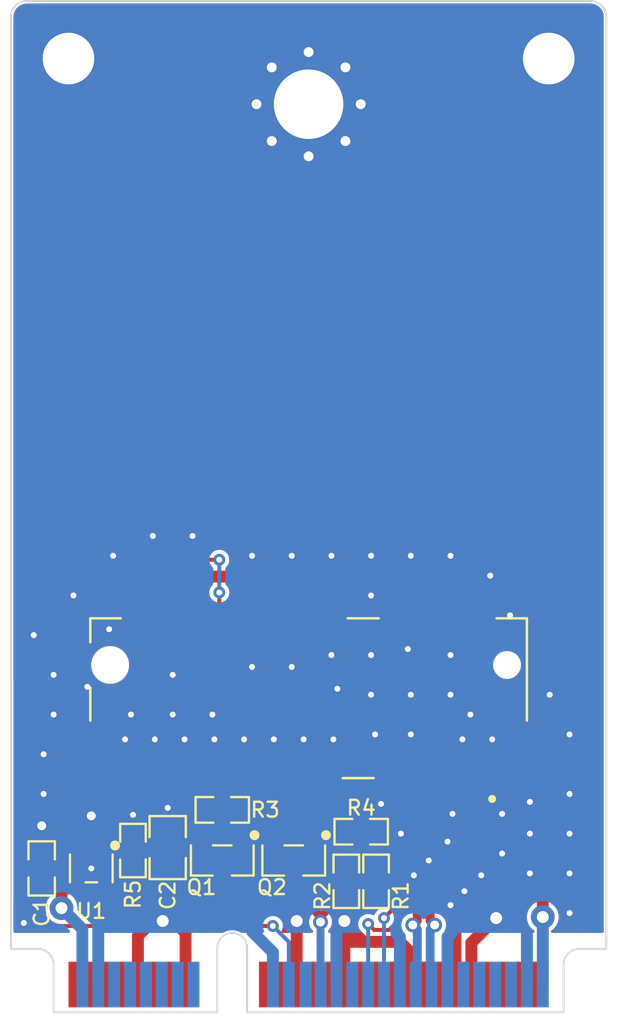
<source format=kicad_pcb>
(kicad_pcb (version 20240108) (generator "pcbnew") (generator_version "8.0")
  (layers (0 "F.Cu" signal) (31 "B.Cu" signal) (34 "B.Paste" user) (35 "F.Paste" user) (36 "B.SilkS" user "B.Silkscreen") (37 "F.SilkS" user "F.Silkscreen") (38 "B.Mask" user) (39 "F.Mask" user) (44 "Edge.Cuts" user))
  (net 0 "")
  (net 1 "+3V3")
  (net 2 "GND")
  (net 3 "+1V8")
  (net 23 "/SCL_1V8")
  (net 27 "/SDA_1V8")
  (net 37 "/D_P")
  (net 41 "/W_DISABLE")
  (net 52 "/D_N")
  (net 66 "/SDA_3V3")
  (net 71 "/SCL_3V3")
  (net 86 "Net-(U1-PG)")
  (footprint "lib_fp:MDT420E01001" (layer "F.Cu") (at 133.85 112.5 180)
    (property "Reference" "J2" (hide yes))
    (property "Value" "Bus_M.2_Socket_E" (hide yes))
    (fp_line (start 11 2.35) (end 11 1.145) (stroke (width 0.127)) (layer "F.SilkS"))
    (fp_line (start 11 2.35) (end 9.47 2.35) (stroke (width 0.127)) (layer "F.SilkS"))
    (fp_line (start 11 -2.805) (end 11 -1.145) (stroke (width 0.127)) (layer "F.SilkS"))
    (fp_line (start -3.28 -5.7) (end -1.72 -5.7) (stroke (width 0.127)) (layer "F.SilkS"))
    (fp_line (start -3.53 2.35) (end -1.97 2.35) (stroke (width 0.127)) (layer "F.SilkS"))
    (fp_line (start -9.47 2.35) (end -11 2.35) (stroke (width 0.127)) (layer "F.SilkS"))
    (fp_line (start -11 2.35) (end -11 -2.805) (stroke (width 0.127)) (layer "F.SilkS"))
    (fp_circle (center -9.25 -6.75) (end -9.15 -6.75) (stroke (width 0.2)) (fill none) (layer "F.SilkS"))
    (pad "" np_thru_hole circle (at -10 0 180) (size 1.15 1.15) (drill 1.15) (layers "*.Cu" "*.Mask"))
    (pad "" np_thru_hole circle (at 10 0 180) (size 1.65 1.65) (drill 1.65) (layers "*.Cu" "*.Mask"))
    (pad "1" smd roundrect (at -9.25 -5.275 180) (size 0.3 1.55) (layers "F.Cu" "F.Paste" "F.Mask") (net 2 "GND"))
    (pad "2" smd roundrect (at -9 2.275 180) (size 0.3 1.55) (layers "F.Cu" "F.Paste" "F.Mask") (net 1 "+3V3"))
    (pad "3" smd roundrect (at -8.75 -5.275 180) (size 0.3 1.55) (layers "F.Cu" "F.Paste" "F.Mask") (net 37 "/D_P"))
    (pad "4" smd roundrect (at -8.5 2.275 180) (size 0.3 1.55) (layers "F.Cu" "F.Paste" "F.Mask") (net 1 "+3V3"))
    (pad "5" smd roundrect (at -8.25 -5.275 180) (size 0.3 1.55) (layers "F.Cu" "F.Paste" "F.Mask") (net 52 "/D_N"))
    (pad "6" smd roundrect (at -8 2.275 180) (size 0.3 1.55) (layers "F.Cu" "F.Paste" "F.Mask"))
    (pad "7" smd roundrect (at -7.75 -5.275 180) (size 0.3 1.55) (layers "F.Cu" "F.Paste" "F.Mask") (net 2 "GND"))
    (pad "8" smd roundrect (at -7.5 2.275 180) (size 0.3 1.55) (layers "F.Cu" "F.Paste" "F.Mask"))
    (pad "9" smd roundrect (at -7.25 -5.275 180) (size 0.3 1.55) (layers "F.Cu" "F.Paste" "F.Mask"))
    (pad "10" smd roundrect (at -7 2.275 180) (size 0.3 1.55) (layers "F.Cu" "F.Paste" "F.Mask"))
    (pad "11" smd roundrect (at -6.75 -5.275 180) (size 0.3 1.55) (layers "F.Cu" "F.Paste" "F.Mask"))
    (pad "12" smd roundrect (at -6.5 2.275 180) (size 0.3 1.55) (layers "F.Cu" "F.Paste" "F.Mask"))
    (pad "13" smd roundrect (at -6.25 -5.275 180) (size 0.3 1.55) (layers "F.Cu" "F.Paste" "F.Mask"))
    (pad "14" smd roundrect (at -6 2.275 180) (size 0.3 1.55) (layers "F.Cu" "F.Paste" "F.Mask"))
    (pad "15" smd roundrect (at -5.75 -5.275 180) (size 0.3 1.55) (layers "F.Cu" "F.Paste" "F.Mask"))
    (pad "16" smd roundrect (at -5.5 2.275 180) (size 0.3 1.55) (layers "F.Cu" "F.Paste" "F.Mask"))
    (pad "17" smd roundrect (at -5.25 -5.275 180) (size 0.3 1.55) (layers "F.Cu" "F.Paste" "F.Mask"))
    (pad "18" smd roundrect (at -5 2.275 180) (size 0.3 1.55) (layers "F.Cu" "F.Paste" "F.Mask") (net 2 "GND"))
    (pad "19" smd roundrect (at -4.75 -5.275 180) (size 0.3 1.55) (layers "F.Cu" "F.Paste" "F.Mask"))
    (pad "20" smd roundrect (at -4.5 2.275 180) (size 0.3 1.55) (layers "F.Cu" "F.Paste" "F.Mask"))
    (pad "21" smd roundrect (at -4.25 -5.275 180) (size 0.3 1.55) (layers "F.Cu" "F.Paste" "F.Mask"))
    (pad "22" smd roundrect (at -4 2.275 180) (size 0.3 1.55) (layers "F.Cu" "F.Paste" "F.Mask"))
    (pad "23" smd roundrect (at -3.75 -5.275 180) (size 0.3 1.55) (layers "F.Cu" "F.Paste" "F.Mask"))
    (pad "32" smd roundrect (at -1.5 2.275 180) (size 0.3 1.55) (layers "F.Cu" "F.Paste" "F.Mask"))
    (pad "33" smd roundrect (at -1.25 -5.275 180) (size 0.3 1.55) (layers "F.Cu" "F.Paste" "F.Mask") (net 2 "GND"))
    (pad "34" smd roundrect (at -1 2.275 180) (size 0.3 1.55) (layers "F.Cu" "F.Paste" "F.Mask"))
    (pad "35" smd roundrect (at -0.75 -5.275 180) (size 0.3 1.55) (layers "F.Cu" "F.Paste" "F.Mask"))
    (pad "36" smd roundrect (at -0.5 2.275 180) (size 0.3 1.55) (layers "F.Cu" "F.Paste" "F.Mask"))
    (pad "37" smd roundrect (at -0.25 -5.275 180) (size 0.3 1.55) (layers "F.Cu" "F.Paste" "F.Mask"))
    (pad "38" smd roundrect (at 0 2.275 180) (size 0.3 1.55) (layers "F.Cu" "F.Paste" "F.Mask"))
    (pad "39" smd roundrect (at 0.25 -5.275 180) (size 0.3 1.55) (layers "F.Cu" "F.Paste" "F.Mask") (net 2 "GND"))
    (pad "40" smd roundrect (at 0.5 2.275 180) (size 0.3 1.55) (layers "F.Cu" "F.Paste" "F.Mask"))
    (pad "41" smd roundrect (at 0.75 -5.275 180) (size 0.3 1.55) (layers "F.Cu" "F.Paste" "F.Mask"))
    (pad "42" smd roundrect (at 1 2.275 180) (size 0.3 1.55) (layers "F.Cu" "F.Paste" "F.Mask"))
    (pad "43" smd roundrect (at 1.25 -5.275 180) (size 0.3 1.55) (layers "F.Cu" "F.Paste" "F.Mask"))
    (pad "44" smd roundrect (at 1.5 2.275 180) (size 0.3 1.55) (layers "F.Cu" "F.Paste" "F.Mask"))
    (pad "45" smd roundrect (at 1.75 -5.275 180) (size 0.3 1.55) (layers "F.Cu" "F.Paste" "F.Mask") (net 2 "GND"))
    (pad "46" smd roundrect (at 2 2.275 180) (size 0.3 1.55) (layers "F.Cu" "F.Paste" "F.Mask"))
    (pad "47" smd roundrect (at 2.25 -5.275 180) (size 0.3 1.55) (layers "F.Cu" "F.Paste" "F.Mask"))
    (pad "48" smd roundrect (at 2.5 2.275 180) (size 0.3 1.55) (layers "F.Cu" "F.Paste" "F.Mask"))
    (pad "49" smd roundrect (at 2.75 -5.275 180) (size 0.3 1.55) (layers "F.Cu" "F.Paste" "F.Mask"))
    (pad "50" smd roundrect (at 3 2.275 180) (size 0.3 1.55) (layers "F.Cu" "F.Paste" "F.Mask"))
    (pad "51" smd roundrect (at 3.25 -5.275 180) (size 0.3 1.55) (layers "F.Cu" "F.Paste" "F.Mask") (net 2 "GND"))
    (pad "52" smd roundrect (at 3.5 2.275 180) (size 0.3 1.55) (layers "F.Cu" "F.Paste" "F.Mask"))
    (pad "53" smd roundrect (at 3.75 -5.275 180) (size 0.3 1.55) (layers "F.Cu" "F.Paste" "F.Mask"))
    (pad "54" smd roundrect (at 4 2.275 180) (size 0.3 1.55) (layers "F.Cu" "F.Paste" "F.Mask"))
    (pad "55" smd roundrect (at 4.25 -5.275 180) (size 0.3 1.55) (layers "F.Cu" "F.Paste" "F.Mask"))
    (pad "56" smd roundrect (at 4.5 2.275 180) (size 0.3 1.55) (layers "F.Cu" "F.Paste" "F.Mask") (net 41 "/W_DISABLE"))
    (pad "57" smd roundrect (at 4.75 -5.275 180) (size 0.3 1.55) (layers "F.Cu" "F.Paste" "F.Mask") (net 2 "GND"))
    (pad "58" smd roundrect (at 5 2.275 180) (size 0.3 1.55) (layers "F.Cu" "F.Paste" "F.Mask") (net 27 "/SDA_1V8"))
    (pad "59" smd roundrect (at 5.25 -5.275 180) (size 0.3 1.55) (layers "F.Cu" "F.Paste" "F.Mask"))
    (pad "60" smd roundrect (at 5.5 2.275 180) (size 0.3 1.55) (layers "F.Cu" "F.Paste" "F.Mask") (net 23 "/SCL_1V8"))
    (pad "61" smd roundrect (at 5.75 -5.275 180) (size 0.3 1.55) (layers "F.Cu" "F.Paste" "F.Mask"))
    (pad "62" smd roundrect (at 6 2.275 180) (size 0.3 1.55) (layers "F.Cu" "F.Paste" "F.Mask"))
    (pad "63" smd roundrect (at 6.25 -5.275 180) (size 0.3 1.55) (layers "F.Cu" "F.Paste" "F.Mask") (net 2 "GND"))
    (pad "64" smd roundrect (at 6.5 2.275 180) (size 0.3 1.55) (layers "F.Cu" "F.Paste" "F.Mask"))
    (pad "65" smd roundrect (at 6.75 -5.275 180) (size 0.3 1.55) (layers "F.Cu" "F.Paste" "F.Mask"))
    (pad "66" smd roundrect (at 7 2.275 180) (size 0.3 1.55) (layers "F.Cu" "F.Paste" "F.Mask"))
    (pad "67" smd roundrect (at 7.25 -5.275 180) (size 0.3 1.55) (layers "F.Cu" "F.Paste" "F.Mask"))
    (pad "68" smd roundrect (at 7.5 2.275 180) (size 0.3 1.55) (layers "F.Cu" "F.Paste" "F.Mask"))
    (pad "69" smd roundrect (at 7.75 -5.275 180) (size 0.3 1.55) (layers "F.Cu" "F.Paste" "F.Mask") (net 2 "GND"))
    (pad "70" smd roundrect (at 8 2.275 180) (size 0.3 1.55) (layers "F.Cu" "F.Paste" "F.Mask"))
    (pad "71" smd roundrect (at 8.25 -5.275 180) (size 0.3 1.55) (layers "F.Cu" "F.Paste" "F.Mask"))
    (pad "72" smd roundrect (at 8.5 2.275 180) (size 0.3 1.55) (layers "F.Cu" "F.Paste" "F.Mask") (net 1 "+3V3"))
    (pad "73" smd roundrect (at 8.75 -5.275 180) (size 0.3 1.55) (layers "F.Cu" "F.Paste" "F.Mask"))
    (pad "74" smd roundrect (at 9 2.275 180) (size 0.3 1.55) (layers "F.Cu" "F.Paste" "F.Mask") (net 1 "+3V3"))
    (pad "75" smd roundrect (at 9.25 -5.275 180) (size 0.3 1.55) (layers "F.Cu" "F.Paste" "F.Mask") (net 2 "GND"))
    (pad "S1" smd roundrect (at -10.35 -4.5 180) (size 1.2 2.75) (layers "F.Cu" "F.Paste" "F.Mask") (roundrect_rratio 0.2083333333) (net 2 "GND"))
    (pad "S2" smd roundrect (at 10.35 -4.5 180) (size 1.2 2.75) (layers "F.Cu" "F.Paste" "F.Mask") (roundrect_rratio 0.2083333333) (net 2 "GND"))
  )
  (footprint "lib_fp:CRCW0603" (layer "F.Cu") (at 129.5 119.8 180)
    (property "Reference" "R3" (at -1.35 0 180) (layer "F.SilkS") (effects (font (size 0.75 0.75) (thickness 0.12)) (justify left)))
    (property "Value" "4K7" (hide yes))
    (fp_line (start 1.345 0.645) (end 1.345 -0.645) (stroke (width 0.12)) (layer "F.SilkS"))
    (fp_line (start 1.345 -0.645) (end 0.448 -0.645) (stroke (width 0.12)) (layer "F.SilkS"))
    (fp_line (start 0.448 0.645) (end 1.345 0.645) (stroke (width 0.12)) (layer "F.SilkS"))
    (fp_line (start -0.448 0.645) (end -1.345 0.645) (stroke (width 0.12)) (layer "F.SilkS"))
    (fp_line (start -1.345 0.645) (end -1.345 -0.645) (stroke (width 0.12)) (layer "F.SilkS"))
    (fp_line (start -1.345 -0.645) (end -0.448 -0.645) (stroke (width 0.12)) (layer "F.SilkS"))
    (pad "1" smd roundrect (at -0.755 0 180) (size 0.82 0.929) (layers "F.Cu" "F.Paste" "F.Mask") (net 3 "+1V8"))
    (pad "2" smd roundrect (at 0.755 0 180) (size 0.82 0.929) (layers "F.Cu" "F.Paste" "F.Mask") (net 23 "/SCL_1V8"))
  )
  (footprint "lib_fp:MountingHole_3.5mm_Pad_Via" (layer "F.Cu") (at 133.85 84.25)
    (property "Reference" "H3" (hide yes))
    (property "Value" "M3.5" (hide yes))
    (pad "1" thru_hole circle (at -2.625 0) (size 0.8 0.8) (drill 0.5) (layers "*.Cu" "*.Mask") (net 2 "GND"))
    (pad "1" thru_hole circle (at -1.856155 -1.856155) (size 0.8 0.8) (drill 0.5) (layers "*.Cu" "*.Mask") (net 2 "GND"))
    (pad "1" thru_hole circle (at -1.856155 1.856155) (size 0.8 0.8) (drill 0.5) (layers "*.Cu" "*.Mask") (net 2 "GND"))
    (pad "1" thru_hole circle (at 0 -2.625) (size 0.8 0.8) (drill 0.5) (layers "*.Cu" "*.Mask") (net 2 "GND"))
    (pad "1" thru_hole circle (at 0 0) (size 7 7) (drill 3.5) (layers "*.Cu" "*.Mask") (net 2 "GND"))
    (pad "1" thru_hole circle (at 0 2.625) (size 0.8 0.8) (drill 0.5) (layers "*.Cu" "*.Mask") (net 2 "GND"))
    (pad "1" thru_hole circle (at 1.856155 -1.856155) (size 0.8 0.8) (drill 0.5) (layers "*.Cu" "*.Mask") (net 2 "GND"))
    (pad "1" thru_hole circle (at 1.856155 1.856155) (size 0.8 0.8) (drill 0.5) (layers "*.Cu" "*.Mask") (net 2 "GND"))
    (pad "1" thru_hole circle (at 2.625 0) (size 0.8 0.8) (drill 0.5) (layers "*.Cu" "*.Mask") (net 2 "GND"))
  )
  (footprint "lib_fp:SOT23-3P95_237X112L50X40N" (layer "F.Cu") (at 129.5 122.35 180)
    (property "Reference" "Q1" (at 1.05 -1.35 0) (layer "F.SilkS") (effects (font (size 0.75 0.75) (thickness 0.12))))
    (property "Value" "BSS138K" (hide yes))
    (fp_line (start 1.58 -0.76) (end 1.58 0.76) (stroke (width 0.12)) (layer "F.SilkS"))
    (fp_line (start 0.485 -0.76) (end 1.58 -0.76) (stroke (width 0.12)) (layer "F.SilkS"))
    (fp_line (start 0.466 0.76) (end -0.466 0.76) (stroke (width 0.12)) (layer "F.SilkS"))
    (fp_line (start -1.58 0.76) (end -1.58 -0.76) (stroke (width 0.12)) (layer "F.SilkS"))
    (fp_line (start -1.58 -0.76) (end -0.485 -0.76) (stroke (width 0.12)) (layer "F.SilkS"))
    (fp_circle (center -1.625 1.276) (end -1.625 1.401) (stroke (width 0.25)) (fill none) (layer "F.SilkS"))
    (pad "1" smd roundrect (at -0.95 1.113 270) (size 0.826 0.609) (layers "F.Cu" "F.Paste" "F.Mask") (net 3 "+1V8"))
    (pad "2" smd roundrect (at 0.95 1.113 270) (size 0.826 0.609) (layers "F.Cu" "F.Paste" "F.Mask") (net 23 "/SCL_1V8"))
    (pad "3" smd roundrect (at 0 -1.113 270) (size 0.826 0.609) (layers "F.Cu" "F.Paste" "F.Mask") (net 71 "/SCL_3V3"))
  )
  (footprint "lib_fp:SOT23-3P95_237X112L50X40N" (layer "F.Cu") (at 133.1 122.35 180)
    (property "Reference" "Q2" (at 1.1 -1.35 0) (layer "F.SilkS") (effects (font (size 0.75 0.75) (thickness 0.12))))
    (property "Value" "BSS138K" (hide yes))
    (fp_line (start 1.58 -0.76) (end 1.58 0.76) (stroke (width 0.12)) (layer "F.SilkS"))
    (fp_line (start 0.485 -0.76) (end 1.58 -0.76) (stroke (width 0.12)) (layer "F.SilkS"))
    (fp_line (start 0.466 0.76) (end -0.466 0.76) (stroke (width 0.12)) (layer "F.SilkS"))
    (fp_line (start -1.58 0.76) (end -1.58 -0.76) (stroke (width 0.12)) (layer "F.SilkS"))
    (fp_line (start -1.58 -0.76) (end -0.485 -0.76) (stroke (width 0.12)) (layer "F.SilkS"))
    (fp_circle (center -1.625 1.276) (end -1.625 1.401) (stroke (width 0.25)) (fill none) (layer "F.SilkS"))
    (pad "1" smd roundrect (at -0.95 1.113 270) (size 0.826 0.609) (layers "F.Cu" "F.Paste" "F.Mask") (net 3 "+1V8"))
    (pad "2" smd roundrect (at 0.95 1.113 270) (size 0.826 0.609) (layers "F.Cu" "F.Paste" "F.Mask") (net 27 "/SDA_1V8"))
    (pad "3" smd roundrect (at 0 -1.113 270) (size 0.826 0.609) (layers "F.Cu" "F.Paste" "F.Mask") (net 66 "/SDA_3V3"))
  )
  (footprint "lib_fp:CRCW0603" (layer "F.Cu") (at 137.25 123.4 90)
    (property "Reference" "R1" (at -1.55 1.25 90) (layer "F.SilkS") (effects (font (size 0.75 0.75) (thickness 0.12)) (justify left)))
    (property "Value" "4K7" (hide yes))
    (fp_line (start 1.345 -0.645) (end 0.448 -0.645) (stroke (width 0.12)) (layer "F.SilkS"))
    (fp_line (start -1.345 -0.645) (end -0.448 -0.645) (stroke (width 0.12)) (layer "F.SilkS"))
    (fp_line (start 1.345 0.645) (end 1.345 -0.645) (stroke (width 0.12)) (layer "F.SilkS"))
    (fp_line (start 0.448 0.645) (end 1.345 0.645) (stroke (width 0.12)) (layer "F.SilkS"))
    (fp_line (start -0.448 0.645) (end -1.345 0.645) (stroke (width 0.12)) (layer "F.SilkS"))
    (fp_line (start -1.345 0.645) (end -1.345 -0.645) (stroke (width 0.12)) (layer "F.SilkS"))
    (pad "1" smd roundrect (at -0.755 0 90) (size 0.82 0.929) (layers "F.Cu" "F.Paste" "F.Mask") (net 1 "+3V3"))
    (pad "2" smd roundrect (at 0.755 0 90) (size 0.82 0.929) (layers "F.Cu" "F.Paste" "F.Mask") (net 71 "/SCL_3V3"))
  )
  (footprint "lib_fp:MLCC0805" (layer "F.Cu") (at 126.75 121.7 90)
    (property "Reference" "C2" (at -1.6 0 90) (layer "F.SilkS") (effects (font (size 0.75 0.75) (thickness 0.12)) (justify right)))
    (property "Value" "470nF" (hide yes))
    (fp_line (start 1.588 -0.913) (end 0.529 -0.913) (stroke (width 0.12)) (layer "F.SilkS"))
    (fp_line (start -1.588 -0.913) (end -0.529 -0.913) (stroke (width 0.12)) (layer "F.SilkS"))
    (fp_line (start 1.588 0.913) (end 1.588 -0.913) (stroke (width 0.12)) (layer "F.SilkS"))
    (fp_line (start 0.529 0.913) (end 1.588 0.913) (stroke (width 0.12)) (layer "F.SilkS"))
    (fp_line (start -0.529 0.913) (end -1.588 0.913) (stroke (width 0.12)) (layer "F.SilkS"))
    (fp_line (start -1.588 0.913) (end -1.588 -0.913) (stroke (width 0.12)) (layer "F.SilkS"))
    (pad "1" smd roundrect (at -0.85 0 90) (size 1.115 1.465) (layers "F.Cu" "F.Paste" "F.Mask") (net 3 "+1V8"))
    (pad "2" smd roundrect (at 0.85 0 90) (size 1.115 1.465) (layers "F.Cu" "F.Paste" "F.Mask") (net 2 "GND"))
  )
  (footprint "lib_fp:CRCW0603" (layer "F.Cu") (at 136.5 120.9)
    (property "Reference" "R4" (at 0 -1.2 0) (layer "F.SilkS") (effects (font (size 0.75 0.75) (thickness 0.12))))
    (property "Value" "4K7" (hide yes))
    (fp_line (start -1.345 -0.645) (end -0.448 -0.645) (stroke (width 0.12)) (layer "F.SilkS"))
    (fp_line (start -1.345 0.645) (end -1.345 -0.645) (stroke (width 0.12)) (layer "F.SilkS"))
    (fp_line (start -0.448 0.645) (end -1.345 0.645) (stroke (width 0.12)) (layer "F.SilkS"))
    (fp_line (start 0.448 0.645) (end 1.345 0.645) (stroke (width 0.12)) (layer "F.SilkS"))
    (fp_line (start 1.345 -0.645) (end 0.448 -0.645) (stroke (width 0.12)) (layer "F.SilkS"))
    (fp_line (start 1.345 0.645) (end 1.345 -0.645) (stroke (width 0.12)) (layer "F.SilkS"))
    (pad "1" smd roundrect (at -0.755 0) (size 0.82 0.929) (layers "F.Cu" "F.Paste" "F.Mask") (net 3 "+1V8"))
    (pad "2" smd roundrect (at 0.755 0) (size 0.82 0.929) (layers "F.Cu" "F.Paste" "F.Mask") (net 27 "/SDA_1V8"))
  )
  (footprint "lib_fp:SOT323-65P210X110-5" (layer "F.Cu") (at 122.9 122.75 180)
    (property "Reference" "U1" (at 0 -2.15 0) (layer "F.SilkS") (effects (font (size 0.75 0.75) (thickness 0.12))))
    (property "Value" "TPS79718" (hide yes))
    (fp_line (start 1.075 -0.7) (end 1.075 0.7) (stroke (width 0.12)) (layer "F.SilkS"))
    (fp_line (start 0.292 -0.7) (end -0.292 -0.7) (stroke (width 0.12)) (layer "F.SilkS"))
    (fp_line (start -1.075 0.7) (end -1.075 -0.7) (stroke (width 0.12)) (layer "F.SilkS"))
    (fp_circle (center -1.198 1.155) (end -1.198 1.28) (stroke (width 0.25)) (fill none) (layer "F.SilkS"))
    (pad "1" smd roundrect (at -0.65 1.1 270) (size 0.95 0.4) (layers "F.Cu" "F.Paste" "F.Mask") (net 86 "Net-(U1-PG)"))
    (pad "2" smd roundrect (at 0 1.1 270) (size 0.95 0.4) (layers "F.Cu" "F.Paste" "F.Mask") (net 2 "GND"))
    (pad "3" smd roundrect (at 0.65 1.1 270) (size 0.95 0.4) (layers "F.Cu" "F.Paste" "F.Mask"))
    (pad "4" smd roundrect (at 0.65 -1.1 270) (size 0.95 0.4) (layers "F.Cu" "F.Paste" "F.Mask") (net 1 "+3V3"))
    (pad "5" smd roundrect (at -0.65 -1.1 270) (size 0.95 0.4) (layers "F.Cu" "F.Paste" "F.Mask") (net 3 "+1V8"))
  )
  (footprint "lib_fp:M2.5_MH" (layer "F.Cu") (at 121.75 81.95)
    (property "Reference" "H2" (hide yes))
    (property "Value" "M2.5" (hide yes))
    (pad "1" thru_hole circle (at 0 0) (size 3.5 3.5) (drill 2.6) (layers "*.Cu" "*.Mask") (net 2 "GND"))
  )
  (footprint "lib_fp:CRCW0603" (layer "F.Cu") (at 125 121.85 90)
    (property "Reference" "R5" (at -1.4 0 90) (layer "F.SilkS") (effects (font (size 0.75 0.75) (thickness 0.12)) (justify right)))
    (property "Value" "100K" (hide yes))
    (fp_line (start 1.345 -0.645) (end 0.448 -0.645) (stroke (width 0.12)) (layer "F.SilkS"))
    (fp_line (start -1.345 -0.645) (end -0.448 -0.645) (stroke (width 0.12)) (layer "F.SilkS"))
    (fp_line (start 1.345 0.645) (end 1.345 -0.645) (stroke (width 0.12)) (layer "F.SilkS"))
    (fp_line (start 0.448 0.645) (end 1.345 0.645) (stroke (width 0.12)) (layer "F.SilkS"))
    (fp_line (start -0.448 0.645) (end -1.345 0.645) (stroke (width 0.12)) (layer "F.SilkS"))
    (fp_line (start -1.345 0.645) (end -1.345 -0.645) (stroke (width 0.12)) (layer "F.SilkS"))
    (pad "1" smd roundrect (at -0.755 0 90) (size 0.82 0.929) (layers "F.Cu" "F.Paste" "F.Mask") (net 3 "+1V8"))
    (pad "2" smd roundrect (at 0.755 0 90) (size 0.82 0.929) (layers "F.Cu" "F.Paste" "F.Mask") (net 86 "Net-(U1-PG)"))
  )
  (footprint "lib_fp:CRCW0603" (layer "F.Cu") (at 135.75 123.4 90)
    (property "Reference" "R2" (at -1.55 -1.2 90) (layer "F.SilkS") (effects (font (size 0.75 0.75) (thickness 0.12)) (justify left)))
    (property "Value" "4K7" (hide yes))
    (fp_line (start 1.345 -0.645) (end 0.448 -0.645) (stroke (width 0.12)) (layer "F.SilkS"))
    (fp_line (start -1.345 -0.645) (end -0.448 -0.645) (stroke (width 0.12)) (layer "F.SilkS"))
    (fp_line (start 1.345 0.645) (end 1.345 -0.645) (stroke (width 0.12)) (layer "F.SilkS"))
    (fp_line (start 0.448 0.645) (end 1.345 0.645) (stroke (width 0.12)) (layer "F.SilkS"))
    (fp_line (start -0.448 0.645) (end -1.345 0.645) (stroke (width 0.12)) (layer "F.SilkS"))
    (fp_line (start -1.345 0.645) (end -1.345 -0.645) (stroke (width 0.12)) (layer "F.SilkS"))
    (pad "1" smd roundrect (at -0.755 0 90) (size 0.82 0.929) (layers "F.Cu" "F.Paste" "F.Mask") (net 1 "+3V3"))
    (pad "2" smd roundrect (at 0.755 0 90) (size 0.82 0.929) (layers "F.Cu" "F.Paste" "F.Mask") (net 66 "/SDA_3V3"))
  )
  (footprint "lib_fp:MLCC0603" (layer "F.Cu") (at 120.4 122.75 90)
    (property "Reference" "C1" (at -1.4 0 90) (layer "F.SilkS") (effects (font (size 0.75 0.75) (thickness 0.12)) (justify right)))
    (property "Value" "100nF" (hide yes))
    (fp_line (start 1.365 -0.665) (end 0.455 -0.665) (stroke (width 0.12)) (layer "F.SilkS"))
    (fp_line (start -1.365 -0.665) (end -0.455 -0.665) (stroke (width 0.12)) (layer "F.SilkS"))
    (fp_line (start 1.365 0.665) (end 1.365 -0.665) (stroke (width 0.12)) (layer "F.SilkS"))
    (fp_line (start 0.455 0.665) (end 1.365 0.665) (stroke (width 0.12)) (layer "F.SilkS"))
    (fp_line (start -0.455 0.665) (end -1.365 0.665) (stroke (width 0.12)) (layer "F.SilkS"))
    (fp_line (start -1.365 0.665) (end -1.365 -0.665) (stroke (width 0.12)) (layer "F.SilkS"))
    (pad "1" smd roundrect (at -0.75 0 90) (size 0.871 0.97) (layers "F.Cu" "F.Paste" "F.Mask") (net 1 "+3V3"))
    (pad "2" smd roundrect (at 0.75 0 90) (size 0.871 0.97) (layers "F.Cu" "F.Paste" "F.Mask") (net 2 "GND"))
  )
  (footprint "lib_fp:BUS_mPCIe" (layer "F.Cu") (at 130 130)
    (property "Reference" "J1" (hide yes))
    (property "Value" "Bus_PCI_Express_Mini" (hide yes))
    (fp_line (start -11.15 -3.2) (end -11.15 -4) (stroke (width 0.1)) (layer "Edge.Cuts"))
    (fp_line (start -11.15 -3.2) (end -9.8 -3.2) (stroke (width 0.1)) (layer "Edge.Cuts"))
    (fp_line (start -9 -2.4) (end -9 0) (stroke (width 0.1)) (layer "Edge.Cuts"))
    (fp_line (start -0.75 0) (end -9 0) (stroke (width 0.1)) (layer "Edge.Cuts"))
    (fp_line (start -0.75 0) (end -0.75 -3.25) (stroke (width 0.1)) (layer "Edge.Cuts"))
    (fp_line (start 0.75 -3.25) (end 0.75 0) (stroke (width 0.1)) (layer "Edge.Cuts"))
    (fp_line (start 0.75 0) (end 16.7 0) (stroke (width 0.1)) (layer "Edge.Cuts"))
    (fp_line (start 16.7 -2.4) (end 16.7 0) (stroke (width 0.1)) (layer "Edge.Cuts"))
    (fp_line (start 18.85 -3.2) (end 17.5 -3.2) (stroke (width 0.1)) (layer "Edge.Cuts"))
    (fp_line (start 18.85 -3.2) (end 18.85 -4) (stroke (width 0.1)) (layer "Edge.Cuts"))
    (fp_arc (start -9.8 -3.2) (mid -9.234315 -2.965685) (end -9 -2.4) (stroke (width 0.1)) (layer "Edge.Cuts"))
    (fp_arc (start -0.75 -3.25) (mid 0 -4) (end 0.75 -3.25) (stroke (width 0.1)) (layer "Edge.Cuts"))
    (fp_arc (start 16.7 -2.4) (mid 16.934315 -2.965685) (end 17.5 -3.2) (stroke (width 0.1)) (layer "Edge.Cuts"))
    (pad "1" smd rect (at -7.95 -1.4 90) (size 2.3 0.6) (layers "F.Cu" "F.Mask"))
    (pad "2" smd rect (at -7.55 -1.4 270) (size 2.3 0.6) (layers "B.Cu" "B.Mask") (net 1 "+3V3"))
    (pad "3" smd rect (at -7.15 -1.4 90) (size 2.3 0.6) (layers "F.Cu" "F.Mask"))
    (pad "4" smd rect (at -6.75 -1.4 270) (size 2.3 0.6) (layers "B.Cu" "B.Mask") (net 2 "GND"))
    (pad "5" smd rect (at -6.35 -1.4 90) (size 2.3 0.6) (layers "F.Cu" "F.Mask"))
    (pad "6" smd rect (at -5.95 -1.4 270) (size 2.3 0.6) (layers "B.Cu" "B.Mask"))
    (pad "7" smd rect (at -5.55 -1.4 90) (size 2.3 0.6) (layers "F.Cu" "F.Mask"))
    (pad "8" smd rect (at -5.15 -1.4 270) (size 2.3 0.6) (layers "B.Cu" "B.Mask"))
    (pad "9" smd rect (at -4.75 -1.4 90) (size 2.3 0.6) (layers "F.Cu" "F.Mask") (net 2 "GND"))
    (pad "10" smd rect (at -4.35 -1.4 270) (size 2.3 0.6) (layers "B.Cu" "B.Mask"))
    (pad "11" smd rect (at -3.95 -1.4 90) (size 2.3 0.6) (layers "F.Cu" "F.Mask"))
    (pad "12" smd rect (at -3.55 -1.4 270) (size 2.3 0.6) (layers "B.Cu" "B.Mask"))
    (pad "13" smd rect (at -3.15 -1.4 90) (size 2.3 0.6) (layers "F.Cu" "F.Mask"))
    (pad "14" smd rect (at -2.75 -1.4 270) (size 2.3 0.6) (layers "B.Cu" "B.Mask"))
    (pad "15" smd rect (at -2.35 -1.4 90) (size 2.3 0.6) (layers "F.Cu" "F.Mask") (net 2 "GND"))
    (pad "16" smd rect (at -1.95 -1.4 270) (size 2.3 0.6) (layers "B.Cu" "B.Mask"))
    (pad "17" smd rect (at 1.65 -1.4 90) (size 2.3 0.6) (layers "F.Cu" "F.Mask"))
    (pad "18" smd rect (at 2.05 -1.4 270) (size 2.3 0.6) (layers "B.Cu" "B.Mask") (net 2 "GND"))
    (pad "19" smd rect (at 2.45 -1.4 90) (size 2.3 0.6) (layers "F.Cu" "F.Mask"))
    (pad "20" smd rect (at 2.85 -1.4 270) (size 2.3 0.6) (layers "B.Cu" "B.Mask") (net 41 "/W_DISABLE"))
    (pad "21" smd rect (at 3.25 -1.4 90) (size 2.3 0.6) (layers "F.Cu" "F.Mask") (net 2 "GND"))
    (pad "22" smd rect (at 3.7 -1.4 270) (size 2.3 0.6) (layers "B.Cu" "B.Mask"))
    (pad "23" smd rect (at 4.05 -1.4 90) (size 2.3 0.6) (layers "F.Cu" "F.Mask"))
    (pad "24" smd rect (at 4.45 -1.4 270) (size 2.3 0.6) (layers "B.Cu" "B.Mask") (net 1 "+3V3"))
    (pad "25" smd rect (at 4.85 -1.4 90) (size 2.3 0.6) (layers "F.Cu" "F.Mask"))
    (pad "26" smd rect (at 5.25 -1.4 270) (size 2.3 0.6) (layers "B.Cu" "B.Mask") (net 2 "GND"))
    (pad "27" smd rect (at 5.65 -1.4 90) (size 2.3 0.6) (layers "F.Cu" "F.Mask") (net 2 "GND"))
    (pad "28" smd rect (at 6.05 -1.4 270) (size 2.3 0.6) (layers "B.Cu" "B.Mask"))
    (pad "29" smd rect (at 6.45 -1.4 90) (size 2.3 0.6) (layers "F.Cu" "F.Mask") (net 2 "GND"))
    (pad "30" smd rect (at 6.85 -1.4 270) (size 2.3 0.6) (layers "B.Cu" "B.Mask") (net 71 "/SCL_3V3"))
    (pad "31" smd rect (at 7.25 -1.4 90) (size 2.3 0.6) (layers "F.Cu" "F.Mask"))
    (pad "32" smd rect (at 7.65 -1.4 270) (size 2.3 0.6) (layers "B.Cu" "B.Mask") (net 66 "/SDA_3V3"))
    (pad "33" smd rect (at 8.05 -1.4 90) (size 2.3 0.6) (layers "F.Cu" "F.Mask"))
    (pad "34" smd rect (at 8.45 -1.4 270) (size 2.3 0.6) (layers "B.Cu" "B.Mask") (net 2 "GND"))
    (pad "35" smd rect (at 8.85 -1.4 90) (size 2.3 0.6) (layers "F.Cu" "F.Mask") (net 2 "GND"))
    (pad "36" smd rect (at 9.25 -1.4 270) (size 2.3 0.6) (layers "B.Cu" "B.Mask") (net 52 "/D_N"))
    (pad "37" smd rect (at 9.65 -1.4 90) (size 2.3 0.6) (layers "F.Cu" "F.Mask") (net 2 "GND"))
    (pad "38" smd rect (at 10.05 -1.4 270) (size 2.3 0.6) (layers "B.Cu" "B.Mask") (net 37 "/D_P"))
    (pad "39" smd rect (at 10.45 -1.4 90) (size 2.3 0.6) (layers "F.Cu" "F.Mask") (net 1 "+3V3"))
    (pad "40" smd rect (at 10.85 -1.4 270) (size 2.3 0.6) (layers "B.Cu" "B.Mask") (net 2 "GND"))
    (pad "41" smd rect (at 11.25 -1.4 90) (size 2.3 0.6) (layers "F.Cu" "F.Mask") (net 1 "+3V3"))
    (pad "42" smd rect (at 11.65 -1.4 270) (size 2.3 0.6) (layers "B.Cu" "B.Mask"))
    (pad "43" smd rect (at 12.05 -1.4 90) (size 2.3 0.6) (layers "F.Cu" "F.Mask") (net 2 "GND"))
    (pad "44" smd rect (at 12.45 -1.4 270) (size 2.3 0.6) (layers "B.Cu" "B.Mask"))
    (pad "45" smd rect (at 12.85 -1.4 90) (size 2.3 0.6) (layers "F.Cu" "F.Mask"))
    (pad "46" smd rect (at 13.25 -1.4 270) (size 2.3 0.6) (layers "B.Cu" "B.Mask"))
    (pad "47" smd rect (at 13.65 -1.4 90) (size 2.3 0.6) (layers "F.Cu" "F.Mask"))
    (pad "48" smd rect (at 14.05 -1.4 270) (size 2.3 0.6) (layers "B.Cu" "B.Mask"))
    (pad "49" smd rect (at 14.45 -1.4 90) (size 2.3 0.6) (layers "F.Cu" "F.Mask"))
    (pad "50" smd rect (at 14.85 -1.4 270) (size 2.3 0.6) (layers "B.Cu" "B.Mask") (net 2 "GND"))
    (pad "51" smd rect (at 15.25 -1.4 90) (size 2.3 0.6) (layers "F.Cu" "F.Mask"))
    (pad "52" smd rect (at 15.65 -1.4 270) (size 2.3 0.6) (layers "B.Cu" "B.Mask") (net 1 "+3V3"))
  )
  (footprint "lib_fp:M2.5_MH" (layer "F.Cu") (at 145.95 81.95)
    (property "Reference" "H1" (hide yes))
    (property "Value" "M2.5" (hide yes))
    (pad "1" thru_hole circle (at 0 0) (size 3.5 3.5) (drill 2.6) (layers "*.Cu" "*.Mask") (net 2 "GND"))
  )
  (gr_line (start 148.85 126) (end 148.85 79.85) (stroke (width 0.1)) (layer "Edge.Cuts"))
  (gr_line (start 118.85 126) (end 118.85 79.85) (stroke (width 0.1)) (layer "Edge.Cuts"))
  (gr_arc (start 148.05 79.05) (mid 148.615685 79.284315) (end 148.85 79.85) (stroke (width 0.1)) (layer "Edge.Cuts"))
  (gr_arc (start 118.85 79.85) (mid 119.084315 79.284315) (end 119.65 79.05) (stroke (width 0.1)) (layer "Edge.Cuts"))
  (gr_line (start 119.65 79.05) (end 148.05 79.05) (stroke (width 0.1)) (layer "Edge.Cuts"))
  (segment (start 125.1 108.95) (end 124.850001 109.199999) (width 0.3) (layer "F.Cu") (net 1))
  (segment (start 127.207107 124) (end 125.842893 124) (width 0.4) (layer "F.Cu") (net 1))
  (segment (start 135.480786 124.155) (end 134.45 125.185786) (width 0.4) (layer "F.Cu") (net 1))
  (segment (start 122.25 123.85) (end 121.4 123.85) (width 0.4) (layer "F.Cu") (net 1))
  (segment (start 125.1 111.5) (end 125.349999 111.250001) (width 0.3) (layer "F.Cu") (net 1))
  (segment (start 145.65 125.2) (end 145.65 124) (width 0.6) (layer "F.Cu") (net 1))
  (segment (start 142.85 109.2) (end 142.85 110.225) (width 0.3) (layer "F.Cu") (net 1))
  (segment (start 134.45 125.185786) (end 133.664214 124.4) (width 0.4) (layer "F.Cu") (net 1))
  (segment (start 142.6 111.5) (end 142.85 111.25) (width 0.3) (layer "F.Cu") (net 1))
  (segment (start 141.25 128.6) (end 140.45 128.6) (width 0.6) (layer "F.Cu") (net 1))
  (segment (start 133.664214 124.4) (end 127.607107 124.4) (width 0.4) (layer "F.Cu") (net 1))
  (segment (start 123.2 124.8) (end 122.25 123.85) (width 0.4) (layer "F.Cu") (net 1))
  (segment (start 145.65 124) (end 146.05 123.6) (width 0.6) (layer "F.Cu") (net 1))
  (segment (start 125.042893 124.8) (end 123.2 124.8) (width 0.4) (layer "F.Cu") (net 1))
  (segment (start 127.607107 124.4) (end 127.207107 124) (width 0.4) (layer "F.Cu") (net 1))
  (segment (start 124.85 111.25) (end 125.1 111.5) (width 0.3) (layer "F.Cu") (net 1))
  (segment (start 124 114.5) (end 125.102 113.398) (width 0.6) (layer "F.Cu") (net 1))
  (segment (start 134.45 125.45) (end 134.45 125.185786) (width 0.4) (layer "F.Cu") (net 1))
  (segment (start 125.349999 111.250001) (end 125.349999 110.225) (width 0.3) (layer "F.Cu") (net 1))
  (segment (start 143.25 114.5) (end 142.6 113.85) (width 0.6) (layer "F.Cu") (net 1))
  (segment (start 141.25 125.65) (end 141.25 128.6) (width 0.6) (layer "F.Cu") (net 1))
  (segment (start 124.850001 109.199999) (end 124.850001 110.15) (width 0.3) (layer "F.Cu") (net 1))
  (segment (start 125.842893 124) (end 125.042893 124.8) (width 0.4) (layer "F.Cu") (net 1))
  (segment (start 121.4 124.75) (end 121.4 116.15) (width 0.6) (layer "F.Cu") (net 1))
  (segment (start 121.4 116.15) (end 123.05 114.5) (width 0.6) (layer "F.Cu") (net 1))
  (segment (start 146.05 115.3) (end 145.25 114.5) (width 0.6) (layer "F.Cu") (net 1))
  (segment (start 142.35 111.25) (end 142.6 111.5) (width 0.3) (layer "F.Cu") (net 1))
  (segment (start 146.05 123.6) (end 146.05 115.3) (width 0.6) (layer "F.Cu") (net 1))
  (segment (start 141.9 108.05) (end 142.6 108.75) (width 0.6) (layer "F.Cu") (net 1))
  (segment (start 125.102 113.398) (end 125.102 111.502) (width 0.6) (layer "F.Cu") (net 1))
  (segment (start 142.9 124) (end 145.65 124) (width 0.6) (layer "F.Cu") (net 1))
  (segment (start 125.1 108.7) (end 125.1 108.95) (width 0.6) (layer "F.Cu") (net 1))
  (segment (start 142.85 111.25) (end 142.85 110.225) (width 0.3) (layer "F.Cu") (net 1))
  (segment (start 142.35 110.225) (end 142.35 111.25) (width 0.3) (layer "F.Cu") (net 1))
  (segment (start 121.4 123.5) (end 120.4 123.5) (width 0.4) (layer "F.Cu") (net 1))
  (segment (start 125.35 109.2) (end 125.1 108.95) (width 0.3) (layer "F.Cu") (net 1))
  (segment (start 142.35 109.674999) (end 142.35 110.625) (width 0.3) (layer "F.Cu") (net 1))
  (segment (start 142.35 110.225) (end 142.35 109.2) (width 0.3) (layer "F.Cu") (net 1))
  (segment (start 142.85 110.625) (end 142.85 109.675001) (width 0.3) (layer "F.Cu") (net 1))
  (segment (start 125.102 111.502) (end 125.1 111.5) (width 0.6) (layer "F.Cu") (net 1))
  (segment (start 142.6 108.75) (end 142.6 108.95) (width 0.6) (layer "F.Cu") (net 1))
  (segment (start 125.75 108.05) (end 125.1 108.7) (width 0.6) (layer "F.Cu") (net 1))
  (segment (start 137.249999 124.155) (end 135.480786 124.155) (width 0.4) (layer "F.Cu") (net 1))
  (segment (start 124.85 110.225) (end 124.85 111.25) (width 0.3) (layer "F.Cu") (net 1))
  (segment (start 142.9 124) (end 141.25 125.65) (width 0.6) (layer "F.Cu") (net 1))
  (segment (start 123.05 114.5) (end 124 114.5) (width 0.6) (layer "F.Cu") (net 1))
  (segment (start 142.6 108.95) (end 142.85 109.2) (width 0.3) (layer "F.Cu") (net 1))
  (segment (start 125.75 108.05) (end 141.9 108.05) (width 0.6) (layer "F.Cu") (net 1))
  (segment (start 137.25 124.155001) (end 137.249999 124.155) (width 0.4) (layer "F.Cu") (net 1))
  (segment (start 142.35 109.2) (end 142.6 108.95) (width 0.3) (layer "F.Cu") (net 1))
  (segment (start 125.35 110.15) (end 125.35 109.2) (width 0.3) (layer "F.Cu") (net 1))
  (segment (start 145.25 114.5) (end 143.25 114.5) (width 0.6) (layer "F.Cu") (net 1))
  (segment (start 142.6 113.85) (end 142.6 111.5) (width 0.6) (layer "F.Cu") (net 1))
  (via (at 134.45 125.45) (size 0.75) (drill 0.45) (layers "F.Cu" "B.Cu") (net 1))
  (via (at 145.65 125.2) (size 1.2) (drill 0.6) (layers "F.Cu" "B.Cu") (net 1))
  (via (at 121.4 124.75) (size 1.2) (drill 0.6) (layers "F.Cu" "B.Cu") (net 1))
  (segment (start 121.4 124.75) (end 122.45 125.8) (width 0.6) (layer "B.Cu") (net 1))
  (segment (start 122.45 125.8) (end 122.45 128.6) (width 0.6) (layer "B.Cu") (net 1))
  (segment (start 145.65 128.6) (end 145.65 125.2) (width 0.6) (layer "B.Cu") (net 1))
  (segment (start 134.45 125.45) (end 134.45 128.6) (width 0.4) (layer "B.Cu") (net 1))
  (segment (start 143.3 125.25) (end 142.05 126.5) (width 0.6) (layer "F.Cu") (net 2))
  (segment (start 143.1 116.25) (end 144.2 116.25) (width 0.3) (layer "F.Cu") (net 2))
  (segment (start 126.1 117.775) (end 126.1 116.25) (width 0.3) (layer "F.Cu") (net 2))
  (segment (start 122.9 121.65) (end 122.9 120.1) (width 0.4) (layer "F.Cu") (net 2))
  (segment (start 138.45 126.45) (end 138.85 126.85) (width 0.6) (layer "F.Cu") (net 2))
  (segment (start 136.618629 126.45) (end 138.45 126.45) (width 0.6) (layer "F.Cu") (net 2))
  (segment (start 136.618629 126.45) (end 135.65 126.45) (width 0.6) (layer "F.Cu") (net 2))
  (segment (start 133.6 117.775) (end 133.6 116.25) (width 0.3) (layer "F.Cu") (net 2))
  (segment (start 125.25 128.6) (end 125.25 126.148528) (width 0.6) (layer "F.Cu") (net 2))
  (segment (start 141.6 117.775) (end 141.6 116.25) (width 0.3) (layer "F.Cu") (net 2))
  (segment (start 132.1 117.775) (end 132.1 116.25) (width 0.3) (layer "F.Cu") (net 2))
  (segment (start 135.1 117.775) (end 135.1 116.25) (width 0.3) (layer "F.Cu") (net 2))
  (segment (start 138.85 128.6) (end 139.6 128.6) (width 0.6) (layer "F.Cu") (net 2))
  (segment (start 138.85 126.85) (end 138.85 128.6) (width 0.6) (layer "F.Cu") (net 2))
  (segment (start 142.05 126.5) (end 142.05 128.6) (width 0.6) (layer "F.Cu") (net 2))
  (segment (start 120.4 120.6) (end 120.4 122) (width 0.4) (layer "F.Cu") (net 2))
  (segment (start 143.3 125.25) (end 142.78137 125.25) (width 0.6) (layer "F.Cu") (net 2))
  (segment (start 129.1 117.775) (end 129.1 116.25) (width 0.3) (layer "F.Cu") (net 2))
  (segment (start 138.85 110.225) (end 138.85 111.7) (width 0.3) (layer "F.Cu") (net 2))
  (segment (start 135.65 128.6) (end 135.65 126.7) (width 0.6) (layer "F.Cu") (net 2))
  (segment (start 133.25 125.4) (end 133.25 128.6) (width 0.6) (layer "F.Cu") (net 2))
  (segment (start 136.4 128.6) (end 135.65 128.6) (width 0.6) (layer "F.Cu") (net 2))
  (segment (start 127.05 125.4) (end 126.5 125.4) (width 0.6) (layer "F.Cu") (net 2))
  (segment (start 124.6 117.775) (end 124.6 116.25) (width 0.3) (layer "F.Cu") (net 2))
  (segment (start 127.65 128.6) (end 127.65 126) (width 0.6) (layer "F.Cu") (net 2))
  (segment (start 127.6 117.775) (end 127.6 116.25) (width 0.3) (layer "F.Cu") (net 2))
  (segment (start 135.65 125.481371) (end 136.618629 126.45) (width 0.6) (layer "F.Cu") (net 2))
  (segment (start 135.65 125.4) (end 135.65 125.481371) (width 0.6) (layer "F.Cu") (net 2))
  (segment (start 135.65 126.7) (end 135.65 126.4) (width 0.6) (layer "F.Cu") (net 2))
  (segment (start 135.65 126.4) (end 135.65 125.4) (width 0.6) (layer "F.Cu") (net 2))
  (segment (start 127.65 126) (end 127.05 125.4) (width 0.6) (layer "F.Cu") (net 2))
  (segment (start 125.998528 125.4) (end 126.5 125.4) (width 0.6) (layer "F.Cu") (net 2))
  (segment (start 123.5 116.25) (end 124.6 116.25) (width 0.3) (layer "F.Cu") (net 2))
  (segment (start 125.25 126.148528) (end 125.998528 125.4) (width 0.6) (layer "F.Cu") (net 2))
  (segment (start 130.6 117.775) (end 130.6 116.25) (width 0.3) (layer "F.Cu") (net 2))
  (segment (start 143.1 117.775) (end 143.1 116.25) (width 0.3) (layer "F.Cu") (net 2))
  (segment (start 126.75 119.7) (end 126.75 120.85) (width 0.2) (layer "F.Cu") (net 2))
  (via (at 147 123) (size 0.6) (drill 0.3) (layers "F.Cu" "B.Cu") (net 2))
  (via (at 135 107) (size 0.6) (drill 0.3) (layers "F.Cu" "B.Cu") (net 2))
  (via (at 137.5 119.5) (size 0.6) (drill 0.3) (layers "F.Cu" "B.Cu") (net 2))
  (via (at 143 108) (size 0.6) (drill 0.3) (layers "F.Cu" "B.Cu") (net 2))
  (via (at 120 111) (size 0.6) (drill 0.3) (layers "F.Cu" "B.Cu") (net 2))
  (via (at 135.1 116.25) (size 0.6) (drill 0.3) (layers "F.Cu" "B.Cu") (net 2))
  (via (at 121 113) (size 0.6) (drill 0.3) (layers "F.Cu" "B.Cu") (net 2))
  (via (at 142.55 123.1) (size 0.6) (drill 0.3) (layers "F.Cu" "B.Cu") (net 2))
  (via (at 126.1 116.25) (size 0.6) (drill 0.3) (layers "F.Cu" "B.Cu") (net 2))
  (via (at 124.9 115) (size 0.6) (drill 0.3) (layers "F.Cu" "B.Cu") (net 2))
  (via (at 141 112) (size 0.6) (drill 0.3) (layers "F.Cu" "B.Cu") (net 2))
  (via (at 133 107) (size 0.6) (drill 0.3) (layers "F.Cu" "B.Cu") (net 2))
  (via (at 137.2 116) (size 0.6) (drill 0.3) (layers "F.Cu" "B.Cu") (net 2))
  (via (at 135.3 113.7) (size 0.6) (drill 0.3) (layers "F.Cu" "B.Cu") (net 2))
  (via (at 137 109) (size 0.6) (drill 0.3) (layers "F.Cu" "B.Cu") (net 2))
  (via (at 141 114) (size 0.6) (drill 0.3) (layers "F.Cu" "B.Cu") (net 2))
  (via (at 135 112) (size 0.6) (drill 0.3) (layers "F.Cu" "B.Cu") (net 2))
  (via (at 139.15 123.1) (size 0.6) (drill 0.3) (layers "F.Cu" "B.Cu") (net 2))
  (via (at 119.5 125.5) (size 0.6) (drill 0.3) (layers "F.Cu" "B.Cu") (net 2))
  (via (at 128 106) (size 0.6) (drill 0.3) (layers "F.Cu" "B.Cu") (net 2))
  (via (at 122.9 120.1) (size 0.75) (drill 0.45) (layers "F.Cu" "B.Cu") (net 2))
  (via (at 141 107) (size 0.6) (drill 0.3) (layers "F.Cu" "B.Cu") (net 2))
  (via (at 147 116) (size 0.6) (drill 0.3) (layers "F.Cu" "B.Cu") (net 2))
  (via (at 137 107) (size 0.6) (drill 0.3) (layers "F.Cu" "B.Cu") (net 2))
  (via (at 147 119) (size 0.6) (drill 0.3) (layers "F.Cu" "B.Cu") (net 2))
  (via (at 130.6 116.25) (size 0.6) (drill 0.3) (layers "F.Cu" "B.Cu") (net 2))
  (via (at 120.5 117) (size 0.6) (drill 0.3) (layers "F.Cu" "B.Cu") (net 2))
  (via (at 137 112) (size 0.6) (drill 0.3) (layers "F.Cu" "B.Cu") (net 2))
  (via (at 126.5 125.4) (size 1.2) (drill 0.6) (layers "F.Cu" "B.Cu") (net 2))
  (via (at 142 115) (size 0.6) (drill 0.3) (layers "F.Cu" "B.Cu") (net 2))
  (via (at 147 121) (size 0.6) (drill 0.3) (layers "F.Cu" "B.Cu") (net 2))
  (via (at 121 115) (size 0.6) (drill 0.3) (layers "F.Cu" "B.Cu") (net 2))
  (via (at 143.6 120) (size 0.6) (drill 0.3) (layers "F.Cu" "B.Cu") (net 2))
  (via (at 131 107) (size 0.6) (drill 0.3) (layers "F.Cu" "B.Cu") (net 2))
  (via (at 138.5 121) (size 0.6) (drill 0.3) (layers "F.Cu" "B.Cu") (net 2))
  (via (at 141 124.6) (size 0.6) (drill 0.3) (layers "F.Cu" "B.Cu") (net 2))
  (via (at 129.1 116.25) (size 0.6) (drill 0.3) (layers "F.Cu" "B.Cu") (net 2))
  (via (at 135.65 125.4) (size 1.2) (drill 0.6) (layers "F.Cu" "B.Cu") (net 2))
  (via (at 141.7 123.9) (size 0.6) (drill 0.3) (layers "F.Cu" "B.Cu") (net 2))
  (via (at 122.9 122.75) (size 0.6) (drill 0.3) (layers "F.Cu" "B.Cu") (net 2))
  (via (at 131 112.6) (size 0.6) (drill 0.3) (layers "F.Cu" "B.Cu") (net 2))
  (via (at 129 115) (size 0.6) (drill 0.3) (layers "F.Cu" "B.Cu") (net 2))
  (via (at 145 123) (size 0.6) (drill 0.3) (layers "F.Cu" "B.Cu") (net 2))
  (via (at 125 120.05) (size 0.6) (drill 0.3) (layers "F.Cu" "B.Cu") (net 2))
  (via (at 126.75 119.7) (size 0.6) (drill 0.3) (layers "F.Cu" "B.Cu") (net 2))
  (via (at 138.85 111.7) (size 0.6) (drill 0.3) (layers "F.Cu" "B.Cu") (net 2))
  (via (at 120.4 120.6) (size 0.75) (drill 0.45) (layers "F.Cu" "B.Cu") (net 2))
  (via (at 145 119.4) (size 0.6) (drill 0.3) (layers "F.Cu" "B.Cu") (net 2))
  (via (at 122 109) (size 0.6) (drill 0.3) (layers "F.Cu" "B.Cu") (net 2))
  (via (at 139 107) (size 0.6) (drill 0.3) (layers "F.Cu" "B.Cu") (net 2))
  (via (at 123.8 110.7) (size 0.6) (drill 0.3) (layers "F.Cu" "B.Cu") (net 2))
  (via (at 127 113) (size 0.6) (drill 0.3) (layers "F.Cu" "B.Cu") (net 2))
  (via (at 124.6 116.25) (size 0.6) (drill 0.3) (layers "F.Cu" "B.Cu") (net 2))
  (via (at 139 116) (size 0.6) (drill 0.3) (layers "F.Cu" "B.Cu") (net 2))
  (via (at 133.6 116.25) (size 0.6) (drill 0.3) (layers "F.Cu" "B.Cu") (net 2))
  (via (at 143.3 125.25) (size 1.2) (drill 0.6) (layers "F.Cu" "B.Cu") (net 2))
  (via (at 145 121) (size 0.6) (drill 0.3) (layers "F.Cu" "B.Cu") (net 2))
  (via (at 139.9 122.35) (size 0.6) (drill 0.3) (layers "F.Cu" "B.Cu") (net 2))
  (via (at 132.1 116.25) (size 0.6) (drill 0.3) (layers "F.Cu" "B.Cu") (net 2))
  (via (at 141.1 120) (size 0.6) (drill 0.3) (layers "F.Cu" "B.Cu") (net 2))
  (via (at 140.85 121.4) (size 0.6) (drill 0.3) (layers "F.Cu" "B.Cu") (net 2))
  (via (at 120.5 119) (size 0.6) (drill 0.3) (layers "F.Cu" "B.Cu") (net 2))
  (via (at 146 114) (size 0.6) (drill 0.3) (layers "F.Cu" "B.Cu") (net 2))
  (via (at 124 107) (size 0.6) (drill 0.3) (layers "F.Cu" "B.Cu") (net 2))
  (via (at 133 112.6) (size 0.6) (drill 0.3) (layers "F.Cu" "B.Cu") (net 2))
  (via (at 127.6 116.25) (size 0.6) (drill 0.3) (layers "F.Cu" "B.Cu") (net 2))
  (via (at 143.1 116.25) (size 0.6) (drill 0.3) (layers "F.Cu" "B.Cu") (net 2))
  (via (at 143.6 122) (size 0.6) (drill 0.3) (layers "F.Cu" "B.Cu") (net 2))
  (via (at 126 106) (size 0.6) (drill 0.3) (layers "F.Cu" "B.Cu") (net 2))
  (via (at 127 115) (size 0.6) (drill 0.3) (layers "F.Cu" "B.Cu") (net 2))
  (via (at 137 114) (size 0.6) (drill 0.3) (layers "F.Cu" "B.Cu") (net 2))
  (via (at 122.7 113.6) (size 0.6) (drill 0.3) (layers "F.Cu" "B.Cu") (net 2))
  (via (at 144 110) (size 0.6) (drill 0.3) (layers "F.Cu" "B.Cu") (net 2))
  (via (at 147 125) (size 0.6) (drill 0.3) (layers "F.Cu" "B.Cu") (net 2))
  (via (at 141.6 116.25) (size 0.6) (drill 0.3) (layers "F.Cu" "B.Cu") (net 2))
  (via (at 139 114) (size 0.6) (drill 0.3) (layers "F.Cu" "B.Cu") (net 2))
  (via (at 133.25 125.4) (size 1.2) (drill 0.6) (layers "F.Cu" "B.Cu") (net 2))
  (segment (start 138.45 126.2) (end 138.275 126.025) (width 0.6) (layer "B.Cu") (net 2))
  (segment (start 140.85 126.2) (end 141.075 125.975) (width 0.6) (layer "B.Cu") (net 2))
  (segment (start 135.25 128.6) (end 135.25 126) (width 0.6) (layer "B.Cu") (net 2))
  (segment (start 123.25 128.6) (end 123.25 126) (width 0.6) (layer "B.Cu") (net 2))
  (segment (start 140.85 128.6) (end 140.85 126.2) (width 0.6) (layer "B.Cu") (net 2))
  (segment (start 144.85 128.6) (end 144.85 126) (width 0.6) (layer "B.Cu") (net 2))
  (segment (start 132.05 126.975) (end 131 125.925) (width 0.6) (layer "B.Cu") (net 2))
  (segment (start 132.05 128.6) (end 132.05 126.975) (width 0.6) (layer "B.Cu") (net 2))
  (segment (start 138.45 128.6) (end 138.45 126.2) (width 0.6) (layer "B.Cu") (net 2))
  (segment (start 126.75 122.55) (end 124.85 122.55) (width 0.4) (layer "F.Cu") (net 3))
  (segment (start 127.2 122.1) (end 126.75 122.55) (width 0.4) (layer "F.Cu") (net 3))
  (segment (start 124.85 122.55) (end 123.55 123.85) (width 0.4) (layer "F.Cu") (net 3))
  (segment (start 134.387 120.9) (end 134.05 121.237) (width 0.4) (layer "F.Cu") (net 3))
  (segment (start 130.45 119.994999) (end 130.45 121.237) (width 0.4) (layer "F.Cu") (net 3))
  (segment (start 130.45 121.237) (end 130.45 122.1) (width 0.4) (layer "F.Cu") (net 3))
  (segment (start 133.2935 122.1) (end 130.45 122.1) (width 0.4) (layer "F.Cu") (net 3))
  (segment (start 134.1 121.237) (end 134.15 121.237) (width 0.4) (layer "F.Cu") (net 3))
  (segment (start 135.745 120.9) (end 134.387 120.9) (width 0.4) (layer "F.Cu") (net 3))
  (segment (start 130.45 122.1) (end 127.2 122.1) (width 0.4) (layer "F.Cu") (net 3))
  (segment (start 134.15 121.2435) (end 133.2935 122.1) (width 0.4) (layer "F.Cu") (net 3))
  (segment (start 130.255001 119.8) (end 130.45 119.994999) (width 0.4) (layer "F.Cu") (net 3))
  (segment (start 134.15 121.237) (end 134.15 121.2435) (width 0.4) (layer "F.Cu") (net 3))
  (segment (start 128.35 112.25) (end 128.35 110.225) (width 0.2) (layer "F.Cu") (net 23))
  (segment (start 128.794999 119.85) (end 128.55 120.094999) (width 0.2) (layer "F.Cu") (net 23))
  (segment (start 136 118.5) (end 136 116.301471) (width 0.2) (layer "F.Cu") (net 23))
  (segment (start 128.55 120.094999) (end 128.55 121.237) (width 0.2) (layer "F.Cu") (net 23))
  (segment (start 129.544999 119) (end 135.5 119) (width 0.2) (layer "F.Cu") (net 23))
  (segment (start 130.65 114.55) (end 128.35 112.25) (width 0.2) (layer "F.Cu") (net 23))
  (segment (start 136 116.301471) (end 134.248529 114.55) (width 0.2) (layer "F.Cu") (net 23))
  (segment (start 135.5 119) (end 136 118.5) (width 0.2) (layer "F.Cu") (net 23))
  (segment (start 134.248529 114.55) (end 130.65 114.55) (width 0.2) (layer "F.Cu") (net 23))
  (segment (start 128.744999 119.8) (end 129.544999 119) (width 0.2) (layer "F.Cu") (net 23))
  (segment (start 128.85 112.05) (end 130.85 114.05) (width 0.2) (layer "F.Cu") (net 27))
  (segment (start 136.5 116.1) (end 136.5 118.7) (width 0.2) (layer "F.Cu") (net 27))
  (segment (start 137.255001 120.9) (end 135.855001 119.5) (width 0.2) (layer "F.Cu") (net 27))
  (segment (start 133.887 119.5) (end 132.15 121.237) (width 0.2) (layer "F.Cu") (net 27))
  (segment (start 134.45 114.05) (end 136.5 116.1) (width 0.2) (layer "F.Cu") (net 27))
  (segment (start 135.855001 119.5) (end 135.7 119.5) (width 0.2) (layer "F.Cu") (net 27))
  (segment (start 136.5 118.7) (end 135.7 119.5) (width 0.2) (layer "F.Cu") (net 27))
  (segment (start 135.7 119.5) (end 133.887 119.5) (width 0.2) (layer "F.Cu") (net 27))
  (segment (start 130.85 114.05) (end 134.45 114.05) (width 0.2) (layer "F.Cu") (net 27))
  (segment (start 128.85 110.225) (end 128.85 112.05) (width 0.2) (layer "F.Cu") (net 27))
  (segment (start 142.6 117.775) (end 142.6 118.826261) (width 0.3) (layer "F.Cu") (net 37))
  (segment (start 142.6735 121.784) (end 139.9735 124.484) (width 0.447) (layer "F.Cu") (net 37))
  (segment (start 139.9735 124.484) (end 139.9735 125.3735) (width 0.447) (layer "F.Cu") (net 37))
  (segment (start 139.9735 125.3735) (end 140.2 125.6) (width 0.447) (layer "F.Cu") (net 37))
  (segment (start 142.6735 118.9235) (end 142.6735 121.784) (width 0.447) (layer "F.Cu") (net 37))
  (segment (start 142.6 118.85) (end 142.6735 118.9235) (width 0.3) (layer "F.Cu") (net 37))
  (via (at 140.2 125.6) (size 0.75) (drill 0.45) (layers "F.Cu" "B.Cu") (net 37))
  (segment (start 139.973501 125.826499) (end 140.2 125.6) (width 0.447) (layer "B.Cu") (net 37))
  (segment (start 139.973501 128.523501) (end 139.973501 125.826499) (width 0.447) (layer "B.Cu") (net 37))
  (segment (start 140.05 128.6) (end 139.973501 128.523501) (width 0.447) (layer "B.Cu") (net 37))
  (segment (start 127 124.5) (end 126.05 124.5) (width 0.2) (layer "F.Cu") (net 41))
  (segment (start 126.05 124.5) (end 124.9 125.65) (width 0.2) (layer "F.Cu") (net 41))
  (segment (start 119.4 124.05) (end 119.4 113.4) (width 0.2) (layer "F.Cu") (net 41))
  (segment (start 129.35 110.225001) (end 129.35 108.85) (width 0.2) (layer "F.Cu") (net 41))
  (segment (start 125.6 107.2) (end 129.35 107.2) (width 0.2) (layer "F.Cu") (net 41))
  (segment (start 132.05 125.65) (end 128.15 125.65) (width 0.2) (layer "F.Cu") (net 41))
  (segment (start 119.4 113.4) (end 125.6 107.2) (width 0.2) (layer "F.Cu") (net 41))
  (segment (start 121 125.65) (end 119.4 124.05) (width 0.2) (layer "F.Cu") (net 41))
  (segment (start 124.9 125.65) (end 121 125.65) (width 0.2) (layer "F.Cu") (net 41))
  (segment (start 128.15 125.65) (end 127 124.5) (width 0.2) (layer "F.Cu") (net 41))
  (via (at 129.35 107.2) (size 0.6) (drill 0.3) (layers "F.Cu" "B.Cu") (net 41))
  (via (at 132.05 125.65) (size 0.6) (drill 0.3) (layers "F.Cu" "B.Cu") (net 41))
  (via (at 129.35 108.85) (size 0.6) (drill 0.3) (layers "F.Cu" "B.Cu") (net 41))
  (segment (start 129.35 108.85) (end 129.35 107.2) (width 0.2) (layer "B.Cu") (net 41))
  (segment (start 132.05 125.65) (end 132.85 126.45) (width 0.2) (layer "B.Cu") (net 41))
  (segment (start 132.85 126.45) (end 132.85 128.6) (width 0.2) (layer "B.Cu") (net 41))
  (segment (start 139.3265 125.3735) (end 139.1 125.6) (width 0.447) (layer "F.Cu") (net 52))
  (segment (start 142.1 117.775) (end 142.1 118.826261) (width 0.3) (layer "F.Cu") (net 52))
  (segment (start 142.0265 121.516) (end 139.3265 124.216) (width 0.447) (layer "F.Cu") (net 52))
  (segment (start 139.1 125.6) (end 139.1 125.55) (width 0.447) (layer "F.Cu") (net 52))
  (segment (start 139.3265 124.216) (end 139.3265 125.3735) (width 0.447) (layer "F.Cu") (net 52))
  (segment (start 142.1 118.85) (end 142.0265 118.9235) (width 0.3) (layer "F.Cu") (net 52))
  (segment (start 142.0265 118.9235) (end 142.0265 121.516) (width 0.447) (layer "F.Cu") (net 52))
  (via (at 139.1 125.6) (size 0.75) (drill 0.45) (layers "F.Cu" "B.Cu") (net 52))
  (segment (start 139.326499 125.826499) (end 139.1 125.6) (width 0.447) (layer "B.Cu") (net 52))
  (segment (start 139.326499 128.523501) (end 139.326499 125.826499) (width 0.447) (layer "B.Cu") (net 52))
  (segment (start 137.65 125.25) (end 138.15 124.75) (width 0.2) (layer "F.Cu") (net 66))
  (segment (start 137.85 123.4) (end 136.505001 123.4) (width 0.2) (layer "F.Cu") (net 66))
  (segment (start 135.85 122.544999) (end 135.644999 122.75) (width 0.2) (layer "F.Cu") (net 66))
  (segment (start 135.750001 122.645) (end 135.75 122.645) (width 0.2) (layer "F.Cu") (net 66))
  (segment (start 138.15 123.7) (end 137.85 123.4) (width 0.2) (layer "F.Cu") (net 66))
  (segment (start 138.15 124.75) (end 138.15 123.7) (width 0.2) (layer "F.Cu") (net 66))
  (segment (start 135.75 122.645) (end 135.445 122.95) (width 0.2) (layer "F.Cu") (net 66))
  (segment (start 134.65 122.95) (end 134.137 123.463) (width 0.2) (layer "F.Cu") (net 66))
  (segment (start 135.445 122.95) (end 134.65 122.95) (width 0.2) (layer "F.Cu") (net 66))
  (segment (start 134.137 123.463) (end 133.1 123.463) (width 0.2) (layer "F.Cu") (net 66))
  (segment (start 136.505001 123.4) (end 135.750001 122.645) (width 0.2) (layer "F.Cu") (net 66))
  (via (at 137.65 125.25) (size 0.6) (drill 0.3) (layers "F.Cu" "B.Cu") (net 66))
  (segment (start 137.65 125.25) (end 137.65 128.6) (width 0.2) (layer "B.Cu") (net 66))
  (segment (start 138.55 123.534314) (end 137.660685 122.644999) (width 0.2) (layer "F.Cu") (net 71))
  (segment (start 133.8 122.65) (end 130.313 122.65) (width 0.2) (layer "F.Cu") (net 71))
  (segment (start 138.55 125.2) (end 138.55 123.534314) (width 0.2) (layer "F.Cu") (net 71))
  (segment (start 136.849997 125.549997) (end 137.15 125.85) (width 0.2) (layer "F.Cu") (net 71))
  (segment (start 129.5 123.463) (end 129.5 123.555001) (width 0.2) (layer "F.Cu") (net 71))
  (segment (start 136.455001 121.85) (end 134.6 121.85) (width 0.2) (layer "F.Cu") (net 71))
  (segment (start 137.25 122.644999) (end 136.455001 121.85) (width 0.2) (layer "F.Cu") (net 71))
  (segment (start 137.660685 122.644999) (end 137.25 122.644999) (width 0.2) (layer "F.Cu") (net 71))
  (segment (start 137.9 125.85) (end 138.55 125.2) (width 0.2) (layer "F.Cu") (net 71))
  (segment (start 134.6 121.85) (end 133.8 122.65) (width 0.2) (layer "F.Cu") (net 71))
  (segment (start 130.313 122.65) (end 129.5 123.463) (width 0.2) (layer "F.Cu") (net 71))
  (segment (start 137.15 125.85) (end 137.9 125.85) (width 0.2) (layer "F.Cu") (net 71))
  (via (at 136.849997 125.549997) (size 0.6) (drill 0.3) (layers "F.Cu" "B.Cu") (net 71))
  (segment (start 136.85 125.55) (end 136.85 128.6) (width 0.2) (layer "B.Cu") (net 71))
  (segment (start 136.849997 125.549997) (end 136.85 125.55) (width 0.2) (layer "B.Cu") (net 71))
  (segment (start 123.55 121.65) (end 124.445 121.65) (width 0.2) (layer "F.Cu") (net 86))
  (segment (start 124.445 121.65) (end 125 121.095) (width 0.2) (layer "F.Cu") (net 86))
  (zone (net 2) (net_name "GND") (layer "F.Cu") (priority 1) (connect_pads (clearance 0.2)) (min_thickness 0.1524) (fill yes (thermal_gap 0.75) (thermal_bridge_width 0.75))
    (polygon (pts (xy 118.85 79.05) (xy 148.85 79.05) (xy 148.85 126) (xy 118.85 126)))
  )
  (zone (net 2) (net_name "GND") (layer "B.Cu") (connect_pads (clearance 0.1524)) (min_thickness 0.1524) (fill yes (thermal_gap 0.75) (thermal_bridge_width 0.75))
    (polygon (pts (xy 118.85 79.05) (xy 148.85 79.05) (xy 148.85 126) (xy 118.85 126)))
  )
)
</source>
